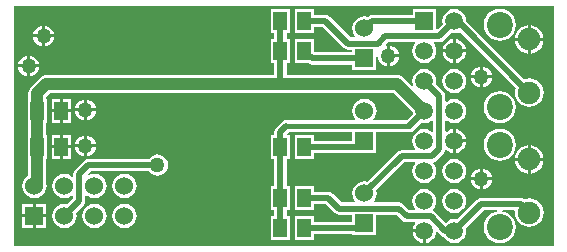
<source format=gtl>
%FSLAX25Y25*%
%MOIN*%
G70*
G01*
G75*
G04 Layer_Physical_Order=1*
G04 Layer_Color=255*
%ADD10R,0.04500X0.06000*%
%ADD11C,0.01969*%
%ADD12C,0.03937*%
%ADD13C,0.01772*%
%ADD14C,0.08661*%
%ADD15C,0.07480*%
%ADD16C,0.06000*%
%ADD17R,0.06000X0.06000*%
%ADD18C,0.05906*%
%ADD19R,0.05906X0.05906*%
%ADD20R,0.06000X0.06000*%
%ADD21C,0.05000*%
G36*
X180000Y0D02*
X0D01*
Y80000D01*
X180000D01*
Y0D01*
D02*
G37*
%LPC*%
G36*
X172404Y33573D02*
Y29358D01*
X176619D01*
X176522Y30096D01*
X176044Y31249D01*
X175285Y32239D01*
X174294Y32999D01*
X173141Y33476D01*
X172404Y33573D01*
D02*
G37*
G36*
X171404D02*
X170666Y33476D01*
X169513Y32999D01*
X168523Y32239D01*
X167763Y31249D01*
X167286Y30096D01*
X167189Y29358D01*
X171404D01*
Y33573D01*
D02*
G37*
G36*
X27447Y32848D02*
X24483D01*
Y29884D01*
X24896Y29938D01*
X25748Y30291D01*
X26479Y30852D01*
X27040Y31583D01*
X27393Y32435D01*
X27447Y32848D01*
D02*
G37*
G36*
X23483D02*
X20518D01*
X20573Y32435D01*
X20925Y31583D01*
X21486Y30852D01*
X22218Y30291D01*
X23069Y29938D01*
X23483Y29884D01*
Y32848D01*
D02*
G37*
G36*
X162061Y39156D02*
X160670Y38973D01*
X159373Y38436D01*
X158259Y37582D01*
X157405Y36468D01*
X156868Y35171D01*
X156685Y33780D01*
X156868Y32388D01*
X157405Y31091D01*
X158259Y29978D01*
X159373Y29123D01*
X160670Y28586D01*
X162061Y28403D01*
X163453Y28586D01*
X164750Y29123D01*
X165863Y29978D01*
X166718Y31091D01*
X167255Y32388D01*
X167438Y33780D01*
X167255Y35171D01*
X166718Y36468D01*
X165863Y37582D01*
X164750Y38436D01*
X163453Y38973D01*
X162061Y39156D01*
D02*
G37*
G36*
X176619Y28358D02*
X172404D01*
Y24143D01*
X173141Y24240D01*
X174294Y24718D01*
X175285Y25477D01*
X176044Y26468D01*
X176522Y27621D01*
X176619Y28358D01*
D02*
G37*
G36*
X19233Y32500D02*
X16483D01*
Y29000D01*
X19233D01*
Y32500D01*
D02*
G37*
G36*
X15483D02*
X12733D01*
Y29000D01*
X15483D01*
Y32500D01*
D02*
G37*
G36*
X147483Y38921D02*
Y35500D01*
X150904D01*
X150834Y36032D01*
X150435Y36994D01*
X149802Y37819D01*
X148976Y38453D01*
X148014Y38851D01*
X147483Y38921D01*
D02*
G37*
G36*
X24483Y36813D02*
Y33848D01*
X27447D01*
X27393Y34262D01*
X27040Y35113D01*
X26479Y35844D01*
X25748Y36406D01*
X24896Y36758D01*
X24483Y36813D01*
D02*
G37*
G36*
X15483Y44500D02*
X12733D01*
Y41000D01*
X15483D01*
Y44500D01*
D02*
G37*
G36*
X162061Y51597D02*
X160670Y51414D01*
X159373Y50877D01*
X158259Y50022D01*
X157405Y48909D01*
X156868Y47612D01*
X156685Y46220D01*
X156868Y44829D01*
X157405Y43532D01*
X158259Y42419D01*
X159373Y41564D01*
X160670Y41027D01*
X162061Y40844D01*
X163453Y41027D01*
X164750Y41564D01*
X165863Y42419D01*
X166718Y43532D01*
X167255Y44829D01*
X167438Y46220D01*
X167255Y47612D01*
X166718Y48909D01*
X165863Y50022D01*
X164750Y50877D01*
X163453Y51414D01*
X162061Y51597D01*
D02*
G37*
G36*
X15483Y37000D02*
X12733D01*
Y33500D01*
X15483D01*
Y37000D01*
D02*
G37*
G36*
X150904Y34500D02*
X147483D01*
Y31079D01*
X148014Y31149D01*
X148976Y31547D01*
X149802Y32181D01*
X150435Y33007D01*
X150834Y33968D01*
X150904Y34500D01*
D02*
G37*
G36*
X23483Y36813D02*
X23069Y36758D01*
X22218Y36406D01*
X21486Y35844D01*
X20925Y35113D01*
X20573Y34262D01*
X20518Y33848D01*
X23483D01*
Y36813D01*
D02*
G37*
G36*
X19233Y37000D02*
X16483D01*
Y33500D01*
X19233D01*
Y37000D01*
D02*
G37*
G36*
X6483Y14000D02*
X2983D01*
Y10500D01*
X6483D01*
Y14000D01*
D02*
G37*
G36*
X10983Y9500D02*
X7483D01*
Y6000D01*
X10983D01*
Y9500D01*
D02*
G37*
G36*
X146983Y18987D02*
X145951Y18851D01*
X144989Y18453D01*
X144164Y17819D01*
X143530Y16994D01*
X143132Y16032D01*
X142996Y15000D01*
X143132Y13968D01*
X143530Y13007D01*
X144164Y12181D01*
X144989Y11547D01*
X145951Y11149D01*
X146983Y11013D01*
X148014Y11149D01*
X148976Y11547D01*
X149802Y12181D01*
X150435Y13007D01*
X150834Y13968D01*
X150970Y15000D01*
X150834Y16032D01*
X150435Y16994D01*
X149802Y17819D01*
X148976Y18453D01*
X148014Y18851D01*
X146983Y18987D01*
D02*
G37*
G36*
X10983Y14000D02*
X7483D01*
Y10500D01*
X10983D01*
Y14000D01*
D02*
G37*
G36*
X26983Y14035D02*
X25938Y13897D01*
X24965Y13494D01*
X24130Y12853D01*
X23489Y12017D01*
X23086Y11044D01*
X22948Y10000D01*
X23086Y8956D01*
X23489Y7983D01*
X24130Y7147D01*
X24965Y6506D01*
X25938Y6103D01*
X26983Y5965D01*
X28027Y6103D01*
X29000Y6506D01*
X29836Y7147D01*
X30477Y7983D01*
X30880Y8956D01*
X31017Y10000D01*
X30880Y11044D01*
X30477Y12017D01*
X29836Y12853D01*
X29000Y13494D01*
X28027Y13897D01*
X26983Y14035D01*
D02*
G37*
G36*
X136483Y4500D02*
X133062D01*
X133132Y3968D01*
X133530Y3007D01*
X134163Y2181D01*
X134989Y1547D01*
X135951Y1149D01*
X136483Y1079D01*
Y4500D01*
D02*
G37*
G36*
X6483Y9500D02*
X2983D01*
Y6000D01*
X6483D01*
Y9500D01*
D02*
G37*
G36*
X36983Y14035D02*
X35938Y13897D01*
X34965Y13494D01*
X34130Y12853D01*
X33489Y12017D01*
X33086Y11044D01*
X32948Y10000D01*
X33086Y8956D01*
X33489Y7983D01*
X34130Y7147D01*
X34965Y6506D01*
X35938Y6103D01*
X36983Y5965D01*
X38027Y6103D01*
X39000Y6506D01*
X39836Y7147D01*
X40477Y7983D01*
X40880Y8956D01*
X41017Y10000D01*
X40880Y11044D01*
X40477Y12017D01*
X39836Y12853D01*
X39000Y13494D01*
X38027Y13897D01*
X36983Y14035D01*
D02*
G37*
G36*
X156483Y25813D02*
Y22848D01*
X159447D01*
X159392Y23262D01*
X159040Y24113D01*
X158479Y24845D01*
X157748Y25405D01*
X156896Y25758D01*
X156483Y25813D01*
D02*
G37*
G36*
X155483D02*
X155069Y25758D01*
X154218Y25405D01*
X153486Y24845D01*
X152925Y24113D01*
X152573Y23262D01*
X152518Y22848D01*
X155483D01*
Y25813D01*
D02*
G37*
G36*
X171404Y28358D02*
X167189D01*
X167286Y27621D01*
X167763Y26468D01*
X168523Y25477D01*
X169513Y24718D01*
X170666Y24240D01*
X171404Y24143D01*
Y28358D01*
D02*
G37*
G36*
X47983Y30530D02*
X47069Y30410D01*
X46218Y30057D01*
X45486Y29496D01*
X45123Y29023D01*
X24983D01*
X24208Y28869D01*
X23991Y28724D01*
X23552Y28431D01*
X20536Y25415D01*
X20098Y24758D01*
X19944Y23984D01*
Y23335D01*
X19495Y23114D01*
X19000Y23494D01*
X18027Y23897D01*
X16983Y24035D01*
X15938Y23897D01*
X14965Y23494D01*
X14130Y22853D01*
X13489Y22017D01*
X13086Y21044D01*
X12948Y20000D01*
X13086Y18956D01*
X13489Y17983D01*
X14130Y17147D01*
X14965Y16506D01*
X15938Y16103D01*
X16983Y15966D01*
X18027Y16103D01*
X19000Y16506D01*
X19495Y16886D01*
X19944Y16665D01*
Y15854D01*
X17992Y13902D01*
X16983Y14035D01*
X15938Y13897D01*
X14965Y13494D01*
X14130Y12853D01*
X13489Y12017D01*
X13086Y11044D01*
X12948Y10000D01*
X13086Y8956D01*
X13489Y7983D01*
X14130Y7147D01*
X14965Y6506D01*
X15938Y6103D01*
X16983Y5965D01*
X18027Y6103D01*
X19000Y6506D01*
X19836Y7147D01*
X20477Y7983D01*
X20880Y8956D01*
X21017Y10000D01*
X20880Y11044D01*
X20873Y11061D01*
X23397Y13585D01*
X23836Y14242D01*
X23990Y15016D01*
Y16689D01*
X24439Y16910D01*
X24965Y16506D01*
X25938Y16103D01*
X26983Y15966D01*
X28027Y16103D01*
X29000Y16506D01*
X29836Y17147D01*
X30477Y17983D01*
X30880Y18956D01*
X31017Y20000D01*
X30880Y21044D01*
X30477Y22017D01*
X29836Y22853D01*
X29000Y23494D01*
X28027Y23897D01*
X26983Y24035D01*
X25938Y23897D01*
X25078Y23541D01*
X24800Y23956D01*
X25821Y24977D01*
X45123D01*
X45486Y24504D01*
X46218Y23943D01*
X47069Y23590D01*
X47983Y23470D01*
X48896Y23590D01*
X49748Y23943D01*
X50479Y24504D01*
X51040Y25235D01*
X51393Y26086D01*
X51513Y27000D01*
X51393Y27914D01*
X51040Y28765D01*
X50479Y29496D01*
X49748Y30057D01*
X48896Y30410D01*
X47983Y30530D01*
D02*
G37*
G36*
X155483Y21848D02*
X152518D01*
X152573Y21435D01*
X152925Y20583D01*
X153486Y19852D01*
X154218Y19291D01*
X155069Y18938D01*
X155483Y18884D01*
Y21848D01*
D02*
G37*
G36*
X36983Y24035D02*
X35938Y23897D01*
X34965Y23494D01*
X34130Y22853D01*
X33489Y22017D01*
X33086Y21044D01*
X32948Y20000D01*
X33086Y18956D01*
X33489Y17983D01*
X34130Y17147D01*
X34965Y16506D01*
X35938Y16103D01*
X36983Y15966D01*
X38027Y16103D01*
X39000Y16506D01*
X39836Y17147D01*
X40477Y17983D01*
X40880Y18956D01*
X41017Y20000D01*
X40880Y21044D01*
X40477Y22017D01*
X39836Y22853D01*
X39000Y23494D01*
X38027Y23897D01*
X36983Y24035D01*
D02*
G37*
G36*
X146983Y28987D02*
X145951Y28851D01*
X144989Y28453D01*
X144164Y27819D01*
X143530Y26994D01*
X143132Y26032D01*
X142996Y25000D01*
X143132Y23968D01*
X143530Y23007D01*
X144164Y22181D01*
X144989Y21547D01*
X145951Y21149D01*
X146983Y21013D01*
X148014Y21149D01*
X148976Y21547D01*
X149802Y22181D01*
X150435Y23007D01*
X150834Y23968D01*
X150970Y25000D01*
X150834Y26032D01*
X150435Y26994D01*
X149802Y27819D01*
X148976Y28453D01*
X148014Y28851D01*
X146983Y28987D01*
D02*
G37*
G36*
X159447Y21848D02*
X156483D01*
Y18884D01*
X156896Y18938D01*
X157748Y19291D01*
X158479Y19852D01*
X159040Y20583D01*
X159392Y21435D01*
X159447Y21848D01*
D02*
G37*
G36*
X171404Y68358D02*
X167189D01*
X167286Y67621D01*
X167763Y66468D01*
X168523Y65478D01*
X169513Y64718D01*
X170666Y64240D01*
X171404Y64143D01*
Y68358D01*
D02*
G37*
G36*
X125483Y66813D02*
Y63848D01*
X128447D01*
X128393Y64262D01*
X128040Y65113D01*
X127479Y65845D01*
X126748Y66405D01*
X125896Y66758D01*
X125483Y66813D01*
D02*
G37*
G36*
X146483Y68921D02*
X145951Y68851D01*
X144989Y68453D01*
X144164Y67819D01*
X143530Y66993D01*
X143132Y66032D01*
X143062Y65500D01*
X146483D01*
Y68921D01*
D02*
G37*
G36*
X176619Y68358D02*
X172404D01*
Y64143D01*
X173141Y64240D01*
X174294Y64718D01*
X175285Y65478D01*
X176044Y66468D01*
X176522Y67621D01*
X176619Y68358D01*
D02*
G37*
G36*
X5500Y63464D02*
Y60500D01*
X8464D01*
X8410Y60914D01*
X8057Y61765D01*
X7496Y62496D01*
X6765Y63057D01*
X5914Y63410D01*
X5500Y63464D01*
D02*
G37*
G36*
X4500D02*
X4086Y63410D01*
X3235Y63057D01*
X2504Y62496D01*
X1943Y61765D01*
X1590Y60914D01*
X1536Y60500D01*
X4500D01*
Y63464D01*
D02*
G37*
G36*
X150904Y64500D02*
X147483D01*
Y61079D01*
X148014Y61149D01*
X148976Y61547D01*
X149802Y62181D01*
X150435Y63007D01*
X150834Y63968D01*
X150904Y64500D01*
D02*
G37*
G36*
X146483D02*
X143062D01*
X143132Y63968D01*
X143530Y63007D01*
X144164Y62181D01*
X144989Y61547D01*
X145951Y61149D01*
X146483Y61079D01*
Y64500D01*
D02*
G37*
G36*
X172404Y73573D02*
Y69358D01*
X176619D01*
X176522Y70096D01*
X176044Y71249D01*
X175285Y72239D01*
X174294Y72999D01*
X173141Y73476D01*
X172404Y73573D01*
D02*
G37*
G36*
X171404D02*
X170666Y73476D01*
X169513Y72999D01*
X168523Y72239D01*
X167763Y71249D01*
X167286Y70096D01*
X167189Y69358D01*
X171404D01*
Y73573D01*
D02*
G37*
G36*
X10500Y73464D02*
Y70500D01*
X13464D01*
X13410Y70914D01*
X13057Y71765D01*
X12496Y72496D01*
X11765Y73057D01*
X10914Y73410D01*
X10500Y73464D01*
D02*
G37*
G36*
X9500D02*
X9086Y73410D01*
X8235Y73057D01*
X7504Y72496D01*
X6943Y71765D01*
X6590Y70914D01*
X6536Y70500D01*
X9500D01*
Y73464D01*
D02*
G37*
G36*
Y69500D02*
X6536D01*
X6590Y69086D01*
X6943Y68235D01*
X7504Y67504D01*
X8235Y66943D01*
X9086Y66590D01*
X9500Y66536D01*
Y69500D01*
D02*
G37*
G36*
X147483Y68921D02*
Y65500D01*
X150904D01*
X150834Y66032D01*
X150435Y66993D01*
X149802Y67819D01*
X148976Y68453D01*
X148014Y68851D01*
X147483Y68921D01*
D02*
G37*
G36*
X162061Y79156D02*
X160670Y78973D01*
X159373Y78436D01*
X158259Y77582D01*
X157405Y76468D01*
X156868Y75171D01*
X156685Y73780D01*
X156868Y72388D01*
X157405Y71091D01*
X158259Y69978D01*
X159373Y69123D01*
X160670Y68586D01*
X162061Y68403D01*
X163453Y68586D01*
X164750Y69123D01*
X165863Y69978D01*
X166718Y71091D01*
X167255Y72388D01*
X167438Y73780D01*
X167255Y75171D01*
X166718Y76468D01*
X165863Y77582D01*
X164750Y78436D01*
X163453Y78973D01*
X162061Y79156D01*
D02*
G37*
G36*
X13464Y69500D02*
X10500D01*
Y66536D01*
X10914Y66590D01*
X11765Y66943D01*
X12496Y67504D01*
X13057Y68235D01*
X13410Y69086D01*
X13464Y69500D01*
D02*
G37*
G36*
X128447Y62848D02*
X125483D01*
Y59884D01*
X125896Y59938D01*
X126748Y60291D01*
X127479Y60852D01*
X128040Y61583D01*
X128393Y62435D01*
X128447Y62848D01*
D02*
G37*
G36*
X19233Y49000D02*
X16483D01*
Y45500D01*
X19233D01*
Y49000D01*
D02*
G37*
G36*
X15483D02*
X12733D01*
Y45500D01*
X15483D01*
Y49000D01*
D02*
G37*
G36*
X24483Y48813D02*
Y45848D01*
X27447D01*
X27393Y46262D01*
X27040Y47113D01*
X26479Y47844D01*
X25748Y48406D01*
X24896Y48758D01*
X24483Y48813D01*
D02*
G37*
G36*
X23483D02*
X23069Y48758D01*
X22218Y48406D01*
X21486Y47844D01*
X20925Y47113D01*
X20573Y46262D01*
X20518Y45848D01*
X23483D01*
Y48813D01*
D02*
G37*
G36*
Y44848D02*
X20518D01*
X20573Y44435D01*
X20925Y43583D01*
X21486Y42852D01*
X22218Y42291D01*
X23069Y41938D01*
X23483Y41884D01*
Y44848D01*
D02*
G37*
G36*
X19233Y44500D02*
X16483D01*
Y41000D01*
X19233D01*
Y44500D01*
D02*
G37*
G36*
X92233Y79000D02*
X85733D01*
Y71000D01*
X86959D01*
Y69000D01*
X85733D01*
Y61000D01*
X86959D01*
Y56994D01*
X10983D01*
X10208Y56892D01*
X9785Y56717D01*
X9486Y56593D01*
X8866Y56117D01*
X5866Y53117D01*
X5390Y52497D01*
X5178Y51986D01*
X5091Y51775D01*
X4989Y51000D01*
Y49000D01*
X4733D01*
Y41000D01*
X4989D01*
Y37000D01*
X4733D01*
Y29000D01*
X4989D01*
Y23504D01*
X4965Y23494D01*
X4130Y22853D01*
X3489Y22017D01*
X3086Y21044D01*
X2948Y20000D01*
X3086Y18956D01*
X3489Y17983D01*
X4130Y17147D01*
X4965Y16506D01*
X5938Y16103D01*
X6983Y15966D01*
X8027Y16103D01*
X9000Y16506D01*
X9836Y17147D01*
X10477Y17983D01*
X10880Y18956D01*
X11017Y20000D01*
X10931Y20653D01*
X10977Y21000D01*
Y29000D01*
X11233D01*
Y37000D01*
X10977D01*
Y41000D01*
X11233D01*
Y49000D01*
X10977D01*
Y49760D01*
X12223Y51006D01*
X126742D01*
X133033Y44715D01*
X133127Y44005D01*
X131026Y41905D01*
X120215D01*
X119994Y42353D01*
X120477Y42983D01*
X120880Y43956D01*
X121017Y45000D01*
X120880Y46044D01*
X120477Y47017D01*
X119835Y47853D01*
X119000Y48494D01*
X118027Y48897D01*
X116983Y49035D01*
X115938Y48897D01*
X114965Y48494D01*
X114130Y47853D01*
X113489Y47017D01*
X113086Y46044D01*
X112948Y45000D01*
X113086Y43956D01*
X113489Y42983D01*
X113972Y42353D01*
X113751Y41905D01*
X91469D01*
X90965Y42005D01*
X90191Y41851D01*
X89534Y41413D01*
X87552Y39431D01*
X87113Y38774D01*
X86959Y38000D01*
Y37000D01*
X85733D01*
Y29000D01*
X86959D01*
Y20000D01*
X85733D01*
Y12000D01*
X86959D01*
Y10000D01*
X85733D01*
Y2000D01*
X92233D01*
Y10000D01*
X91006D01*
Y12000D01*
X92233D01*
Y20000D01*
X91006D01*
Y29000D01*
X92233D01*
Y37000D01*
X91497D01*
X91306Y37462D01*
X91903Y38059D01*
X112983D01*
Y35023D01*
X100233D01*
Y37000D01*
X93733D01*
Y29000D01*
X100233D01*
Y30977D01*
X114983D01*
X115099Y31000D01*
X120983D01*
Y38059D01*
X131460D01*
X131965Y37959D01*
X132739Y38113D01*
X133395Y38552D01*
X135988Y41144D01*
X136983Y41013D01*
X138014Y41149D01*
X138976Y41547D01*
X139448Y41910D01*
X139897Y41688D01*
Y38312D01*
X139448Y38091D01*
X138976Y38453D01*
X138014Y38851D01*
X136983Y38987D01*
X135951Y38851D01*
X134989Y38453D01*
X134163Y37819D01*
X133530Y36994D01*
X133132Y36032D01*
X132996Y35000D01*
X133132Y33968D01*
X133530Y33007D01*
X133989Y32409D01*
X133768Y31960D01*
X129420D01*
X128645Y31806D01*
X127989Y31368D01*
X118019Y21398D01*
X116983Y21535D01*
X115938Y21397D01*
X114965Y20994D01*
X114130Y20353D01*
X113489Y19517D01*
X113086Y18544D01*
X112948Y17500D01*
X113086Y16456D01*
X113489Y15483D01*
X113893Y14956D01*
X113672Y14507D01*
X109336D01*
X106413Y17431D01*
X105757Y17869D01*
X104983Y18023D01*
X100233D01*
Y20000D01*
X93733D01*
Y12000D01*
X100233D01*
Y13977D01*
X104145D01*
X107068Y11054D01*
X107724Y10615D01*
X108498Y10461D01*
X112983D01*
Y8023D01*
X100233D01*
Y10000D01*
X93733D01*
Y2000D01*
X100233D01*
Y3977D01*
X112983D01*
Y3500D01*
X120983D01*
Y10461D01*
X127660D01*
X129615Y8506D01*
X130271Y8068D01*
X131046Y7914D01*
X133671D01*
X133892Y7465D01*
X133530Y6994D01*
X133132Y6032D01*
X133062Y5500D01*
X136983D01*
Y5000D01*
X137483D01*
Y1079D01*
X138014Y1149D01*
X138976Y1547D01*
X139802Y2181D01*
X140435Y3007D01*
X140834Y3968D01*
X140911Y4558D01*
X141385Y4719D01*
X142534Y3570D01*
X143190Y3131D01*
X143504Y3069D01*
X143530Y3007D01*
X144164Y2181D01*
X144989Y1547D01*
X145951Y1149D01*
X146983Y1013D01*
X148014Y1149D01*
X148976Y1547D01*
X149802Y2181D01*
X150435Y3007D01*
X150834Y3968D01*
X150970Y5000D01*
X150838Y5995D01*
X156821Y11977D01*
X161124D01*
X161156Y11478D01*
X160670Y11414D01*
X159373Y10877D01*
X158259Y10022D01*
X157405Y8909D01*
X156868Y7612D01*
X156685Y6221D01*
X156868Y4829D01*
X157405Y3532D01*
X158259Y2418D01*
X159373Y1564D01*
X160670Y1027D01*
X162061Y844D01*
X163453Y1027D01*
X164750Y1564D01*
X165863Y2418D01*
X166718Y3532D01*
X167255Y4829D01*
X167438Y6221D01*
X167255Y7612D01*
X166718Y8909D01*
X165863Y10022D01*
X164750Y10877D01*
X163453Y11414D01*
X162967Y11478D01*
X162999Y11977D01*
X166854D01*
X167183Y11601D01*
X167123Y11142D01*
X167286Y9904D01*
X167763Y8751D01*
X168523Y7761D01*
X169513Y7001D01*
X170666Y6524D01*
X171904Y6361D01*
X173141Y6524D01*
X174294Y7001D01*
X175285Y7761D01*
X176044Y8751D01*
X176522Y9904D01*
X176685Y11142D01*
X176522Y12379D01*
X176044Y13532D01*
X175285Y14523D01*
X174294Y15282D01*
X173141Y15760D01*
X171904Y15923D01*
X170666Y15760D01*
X170245Y15585D01*
X169820Y15869D01*
X169046Y16023D01*
X155983D01*
X155208Y15869D01*
X154552Y15431D01*
X147977Y8856D01*
X146983Y8987D01*
X145951Y8851D01*
X144989Y8453D01*
X144164Y7819D01*
X144016Y7809D01*
X140458Y11368D01*
X140392Y11412D01*
X139852Y12115D01*
X139834Y12223D01*
X140435Y13007D01*
X140834Y13968D01*
X140970Y15000D01*
X140834Y16032D01*
X140435Y16994D01*
X139802Y17819D01*
X138976Y18453D01*
X138014Y18851D01*
X136983Y18987D01*
X135951Y18851D01*
X134989Y18453D01*
X134163Y17819D01*
X133530Y16994D01*
X133132Y16032D01*
X132996Y15000D01*
X133132Y13968D01*
X133530Y13007D01*
X133989Y12409D01*
X133768Y11960D01*
X131884D01*
X129929Y13915D01*
X129273Y14353D01*
X128498Y14507D01*
X120293D01*
X120072Y14956D01*
X120477Y15483D01*
X120880Y16456D01*
X121017Y17500D01*
X120881Y18537D01*
X130258Y27914D01*
X133671D01*
X133892Y27466D01*
X133530Y26994D01*
X133132Y26032D01*
X132996Y25000D01*
X133132Y23968D01*
X133530Y23007D01*
X134163Y22181D01*
X134989Y21547D01*
X135951Y21149D01*
X136983Y21013D01*
X138014Y21149D01*
X138976Y21547D01*
X139802Y22181D01*
X140435Y23007D01*
X140834Y23968D01*
X140970Y25000D01*
X140834Y26032D01*
X140435Y26994D01*
X139996Y27566D01*
X140173Y28034D01*
X140346Y28068D01*
X141002Y28506D01*
X143350Y30855D01*
X143789Y31511D01*
X143862Y31877D01*
X144330Y32054D01*
X144989Y31547D01*
X145951Y31149D01*
X146483Y31079D01*
Y35000D01*
Y38921D01*
X145951Y38851D01*
X144989Y38453D01*
X144391Y37994D01*
X143943Y38215D01*
Y41785D01*
X144391Y42006D01*
X144989Y41547D01*
X145951Y41149D01*
X146983Y41013D01*
X148014Y41149D01*
X148976Y41547D01*
X149802Y42181D01*
X150435Y43007D01*
X150834Y43968D01*
X150970Y45000D01*
X150834Y46032D01*
X150435Y46993D01*
X149802Y47819D01*
X148976Y48453D01*
X148014Y48851D01*
X146983Y48987D01*
X145951Y48851D01*
X144989Y48453D01*
X144391Y47994D01*
X143943Y48215D01*
Y50063D01*
X143789Y50837D01*
X143350Y51494D01*
X140839Y54005D01*
X140970Y55000D01*
X140834Y56032D01*
X140435Y56994D01*
X139802Y57819D01*
X138976Y58453D01*
X138014Y58851D01*
X136983Y58987D01*
X135951Y58851D01*
X134989Y58453D01*
X134163Y57819D01*
X133530Y56994D01*
X133132Y56032D01*
X132996Y55000D01*
X133132Y53968D01*
X133265Y53645D01*
X132850Y53367D01*
X130100Y56117D01*
X129480Y56593D01*
X128969Y56805D01*
X128758Y56892D01*
X127983Y56994D01*
X91006D01*
Y61000D01*
X92233D01*
Y69000D01*
X91006D01*
Y71000D01*
X92233D01*
Y79000D01*
D02*
G37*
G36*
X27447Y44848D02*
X24483D01*
Y41884D01*
X24896Y41938D01*
X25748Y42291D01*
X26479Y42852D01*
X27040Y43583D01*
X27393Y44435D01*
X27447Y44848D01*
D02*
G37*
G36*
X8464Y59500D02*
X5500D01*
Y56536D01*
X5914Y56590D01*
X6765Y56943D01*
X7496Y57504D01*
X8057Y58235D01*
X8410Y59086D01*
X8464Y59500D01*
D02*
G37*
G36*
X4500D02*
X1536D01*
X1590Y59086D01*
X1943Y58235D01*
X2504Y57504D01*
X3235Y56943D01*
X4086Y56590D01*
X4500Y56536D01*
Y59500D01*
D02*
G37*
G36*
X156483Y59813D02*
Y56848D01*
X159447D01*
X159392Y57262D01*
X159040Y58113D01*
X158479Y58845D01*
X157748Y59405D01*
X156896Y59758D01*
X156483Y59813D01*
D02*
G37*
G36*
X155483D02*
X155069Y59758D01*
X154218Y59405D01*
X153486Y58845D01*
X152925Y58113D01*
X152573Y57262D01*
X152518Y56848D01*
X155483D01*
Y59813D01*
D02*
G37*
G36*
X146983Y58987D02*
X145951Y58851D01*
X144989Y58453D01*
X144164Y57819D01*
X143530Y56994D01*
X143132Y56032D01*
X142996Y55000D01*
X143132Y53968D01*
X143530Y53007D01*
X144164Y52181D01*
X144989Y51547D01*
X145951Y51149D01*
X146983Y51013D01*
X148014Y51149D01*
X148976Y51547D01*
X149802Y52181D01*
X150435Y53007D01*
X150834Y53968D01*
X150970Y55000D01*
X150834Y56032D01*
X150435Y56994D01*
X149802Y57819D01*
X148976Y58453D01*
X148014Y58851D01*
X146983Y58987D01*
D02*
G37*
G36*
X100233Y79000D02*
X93733D01*
Y71000D01*
X100233D01*
Y72977D01*
X103145D01*
X110068Y66054D01*
X110724Y65615D01*
X111498Y65461D01*
X112983D01*
Y64523D01*
X100321D01*
X100233Y64611D01*
Y69000D01*
X93733D01*
Y61000D01*
X98156D01*
X98708Y60631D01*
X99483Y60477D01*
X112983D01*
Y58500D01*
X120983D01*
Y63094D01*
X121049Y63098D01*
Y63098D01*
X121482Y63127D01*
X121573Y62435D01*
X121925Y61583D01*
X122486Y60852D01*
X123217Y60291D01*
X124069Y59938D01*
X124483Y59884D01*
Y63348D01*
Y66813D01*
X124302Y66789D01*
X124081Y67237D01*
X124821Y67977D01*
X133719D01*
X133940Y67528D01*
X133530Y66993D01*
X133132Y66032D01*
X132996Y65000D01*
X133132Y63968D01*
X133530Y63007D01*
X134163Y62181D01*
X134989Y61547D01*
X135951Y61149D01*
X136983Y61013D01*
X138014Y61149D01*
X138976Y61547D01*
X139802Y62181D01*
X140435Y63007D01*
X140834Y63968D01*
X140970Y65000D01*
X140834Y66032D01*
X140435Y66993D01*
X140025Y67528D01*
X140246Y67977D01*
X141983D01*
X142757Y68131D01*
X143413Y68569D01*
X145988Y71144D01*
X146983Y71013D01*
X148014Y71149D01*
X148737Y71448D01*
X167438Y52747D01*
X167286Y52379D01*
X167123Y51142D01*
X167286Y49904D01*
X167763Y48751D01*
X168523Y47761D01*
X169513Y47001D01*
X170666Y46524D01*
X171904Y46361D01*
X173141Y46524D01*
X174294Y47001D01*
X175285Y47761D01*
X176044Y48751D01*
X176522Y49904D01*
X176685Y51142D01*
X176522Y52379D01*
X176044Y53532D01*
X175285Y54523D01*
X174294Y55282D01*
X173141Y55760D01*
X171904Y55923D01*
X170666Y55760D01*
X170299Y55608D01*
X150962Y74945D01*
X150970Y75000D01*
X150834Y76032D01*
X150435Y76994D01*
X149802Y77819D01*
X148976Y78453D01*
X148014Y78851D01*
X146983Y78987D01*
X145951Y78851D01*
X144989Y78453D01*
X144164Y77819D01*
X143530Y76994D01*
X143132Y76032D01*
X142996Y75000D01*
X143127Y74005D01*
X141397Y72276D01*
X140935Y72467D01*
Y78953D01*
X133030D01*
Y77023D01*
X119483D01*
X118708Y76869D01*
X118052Y76431D01*
X118019Y76398D01*
X116983Y76535D01*
X115938Y76397D01*
X114965Y75994D01*
X114130Y75353D01*
X113489Y74517D01*
X113086Y73544D01*
X112948Y72500D01*
X113086Y71456D01*
X113489Y70483D01*
X113893Y69956D01*
X113672Y69507D01*
X112336D01*
X105413Y76431D01*
X104757Y76869D01*
X103983Y77023D01*
X100233D01*
Y79000D01*
D02*
G37*
G36*
X159447Y55848D02*
X156483D01*
Y52884D01*
X156896Y52938D01*
X157748Y53291D01*
X158479Y53852D01*
X159040Y54583D01*
X159392Y55435D01*
X159447Y55848D01*
D02*
G37*
G36*
X155483D02*
X152518D01*
X152573Y55435D01*
X152925Y54583D01*
X153486Y53852D01*
X154218Y53291D01*
X155069Y52938D01*
X155483Y52884D01*
Y55848D01*
D02*
G37*
%LPD*%
D10*
X88983Y33000D02*
D03*
X96983D02*
D03*
X88983Y65000D02*
D03*
X96983D02*
D03*
X7983Y33000D02*
D03*
X15983D02*
D03*
X7983Y45000D02*
D03*
X15983D02*
D03*
X88983Y16000D02*
D03*
X96983D02*
D03*
X88983Y75000D02*
D03*
X96983D02*
D03*
X88983Y6000D02*
D03*
X96983D02*
D03*
D11*
X148046Y75000D02*
X171904Y51142D01*
X146983Y75000D02*
X148046D01*
X141983Y70000D02*
X146983Y75000D01*
X123983Y70000D02*
X141983D01*
X121467Y67484D02*
X123983Y70000D01*
X111498Y67484D02*
X121467D01*
X103983Y75000D02*
X111498Y67484D01*
X96983Y75000D02*
X103983D01*
X96983Y65000D02*
X99483Y62500D01*
X116983D01*
X169046Y14000D02*
X171904Y11142D01*
X155983Y14000D02*
X169046D01*
X146983Y5000D02*
X155983Y14000D01*
X143965Y5000D02*
X146983D01*
X139028Y9937D02*
X143965Y5000D01*
X131046Y9937D02*
X139028D01*
X128498Y12484D02*
X131046Y9937D01*
X108498Y12484D02*
X128498D01*
X115483Y6000D02*
X116983Y7500D01*
X96983Y6000D02*
X115483D01*
X104983Y16000D02*
X108498Y12484D01*
X96983Y16000D02*
X104983D01*
X119483Y75000D02*
X136983D01*
X116983Y72500D02*
X119483Y75000D01*
X88983Y65000D02*
Y75000D01*
Y54000D02*
Y65000D01*
Y16000D02*
Y38000D01*
Y6000D02*
Y16000D01*
X116983Y17500D02*
X129420Y29937D01*
X114983Y33000D02*
X116983Y35000D01*
X96983Y33000D02*
X114983D01*
X24983Y27000D02*
X47983D01*
X21967Y23984D02*
X24983Y27000D01*
X21967Y15016D02*
Y23984D01*
X16983Y10032D02*
X21967Y15016D01*
X16983Y10000D02*
Y10032D01*
X136983Y55000D02*
X141920Y50063D01*
X129420Y29937D02*
X139571D01*
X141920Y32285D01*
Y50063D01*
X131965Y39982D02*
X136983Y45000D01*
X88983Y38000D02*
X90965Y39982D01*
D12*
X127983Y54000D02*
X136983Y45000D01*
X7983Y51000D02*
X10983Y54000D01*
X88983D01*
X127983D01*
X6983Y20000D02*
X7983Y21000D01*
Y33000D01*
Y45000D01*
Y51000D01*
D13*
X90965Y39982D02*
X131965D01*
D14*
X162061Y6221D02*
D03*
Y33780D02*
D03*
Y73780D02*
D03*
Y46220D02*
D03*
D15*
X171904Y11142D02*
D03*
Y28858D02*
D03*
Y68858D02*
D03*
Y51142D02*
D03*
D16*
X36983Y20000D02*
D03*
X26983D02*
D03*
X16983D02*
D03*
X6983D02*
D03*
X36983Y10000D02*
D03*
X26983D02*
D03*
X16983D02*
D03*
X116983Y45000D02*
D03*
Y17500D02*
D03*
Y72500D02*
D03*
D17*
X6983Y10000D02*
D03*
D18*
X136983Y5000D02*
D03*
X146983D02*
D03*
X136983Y15000D02*
D03*
X146983D02*
D03*
X136983Y25000D02*
D03*
X146983D02*
D03*
X136983Y35000D02*
D03*
X146983D02*
D03*
X136983Y45000D02*
D03*
X146983D02*
D03*
X136983Y55000D02*
D03*
X146983D02*
D03*
X136983Y65000D02*
D03*
X146983D02*
D03*
Y75000D02*
D03*
D19*
X136983D02*
D03*
D20*
X116983Y35000D02*
D03*
Y7500D02*
D03*
Y62500D02*
D03*
D21*
X47983Y27000D02*
D03*
X23983Y45348D02*
D03*
Y33348D02*
D03*
X5000Y60000D02*
D03*
X10000Y70000D02*
D03*
X124983Y63348D02*
D03*
X155983Y56348D02*
D03*
Y22348D02*
D03*
M02*

</source>
